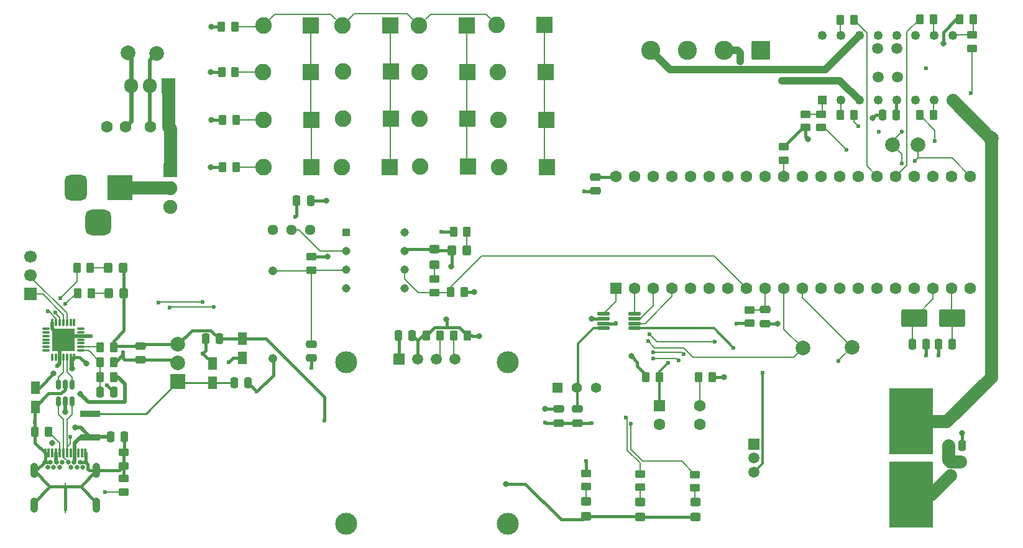
<source format=gbr>
%TF.GenerationSoftware,KiCad,Pcbnew,9.0.4*%
%TF.CreationDate,2026-01-15T21:37:34+03:30*%
%TF.ProjectId,Motor_Health_Monitoring_PCB,4d6f746f-725f-4486-9561-6c74685f4d6f,rev?*%
%TF.SameCoordinates,Original*%
%TF.FileFunction,Copper,L1,Top*%
%TF.FilePolarity,Positive*%
%FSLAX46Y46*%
G04 Gerber Fmt 4.6, Leading zero omitted, Abs format (unit mm)*
G04 Created by KiCad (PCBNEW 9.0.4) date 2026-01-15 21:37:34*
%MOMM*%
%LPD*%
G01*
G04 APERTURE LIST*
G04 Aperture macros list*
%AMRoundRect*
0 Rectangle with rounded corners*
0 $1 Rounding radius*
0 $2 $3 $4 $5 $6 $7 $8 $9 X,Y pos of 4 corners*
0 Add a 4 corners polygon primitive as box body*
4,1,4,$2,$3,$4,$5,$6,$7,$8,$9,$2,$3,0*
0 Add four circle primitives for the rounded corners*
1,1,$1+$1,$2,$3*
1,1,$1+$1,$4,$5*
1,1,$1+$1,$6,$7*
1,1,$1+$1,$8,$9*
0 Add four rect primitives between the rounded corners*
20,1,$1+$1,$2,$3,$4,$5,0*
20,1,$1+$1,$4,$5,$6,$7,0*
20,1,$1+$1,$6,$7,$8,$9,0*
20,1,$1+$1,$8,$9,$2,$3,0*%
G04 Aperture macros list end*
%TA.AperFunction,ComponentPad*%
%ADD10R,2.250000X2.250000*%
%TD*%
%TA.AperFunction,ComponentPad*%
%ADD11C,2.250000*%
%TD*%
%TA.AperFunction,SMDPad,CuDef*%
%ADD12R,1.230000X1.800000*%
%TD*%
%TA.AperFunction,ComponentPad*%
%ADD13C,1.600000*%
%TD*%
%TA.AperFunction,SMDPad,CuDef*%
%ADD14RoundRect,0.250000X-0.262500X-0.450000X0.262500X-0.450000X0.262500X0.450000X-0.262500X0.450000X0*%
%TD*%
%TA.AperFunction,SMDPad,CuDef*%
%ADD15C,2.000000*%
%TD*%
%TA.AperFunction,SMDPad,CuDef*%
%ADD16RoundRect,0.250000X-0.450000X0.262500X-0.450000X-0.262500X0.450000X-0.262500X0.450000X0.262500X0*%
%TD*%
%TA.AperFunction,ComponentPad*%
%ADD17R,1.508000X1.508000*%
%TD*%
%TA.AperFunction,ComponentPad*%
%ADD18C,1.508000*%
%TD*%
%TA.AperFunction,ComponentPad*%
%ADD19C,3.000000*%
%TD*%
%TA.AperFunction,SMDPad,CuDef*%
%ADD20RoundRect,0.250000X-0.250000X-0.475000X0.250000X-0.475000X0.250000X0.475000X-0.250000X0.475000X0*%
%TD*%
%TA.AperFunction,SMDPad,CuDef*%
%ADD21RoundRect,0.250000X0.262500X0.450000X-0.262500X0.450000X-0.262500X-0.450000X0.262500X-0.450000X0*%
%TD*%
%TA.AperFunction,SMDPad,CuDef*%
%ADD22RoundRect,0.250001X-1.499999X-0.949999X1.499999X-0.949999X1.499999X0.949999X-1.499999X0.949999X0*%
%TD*%
%TA.AperFunction,ComponentPad*%
%ADD23R,1.600000X1.600000*%
%TD*%
%TA.AperFunction,SMDPad,CuDef*%
%ADD24RoundRect,0.250000X-0.475000X0.250000X-0.475000X-0.250000X0.475000X-0.250000X0.475000X0.250000X0*%
%TD*%
%TA.AperFunction,ComponentPad*%
%ADD25C,1.208000*%
%TD*%
%TA.AperFunction,SMDPad,CuDef*%
%ADD26RoundRect,0.250000X0.475000X-0.250000X0.475000X0.250000X-0.475000X0.250000X-0.475000X-0.250000X0*%
%TD*%
%TA.AperFunction,ComponentPad*%
%ADD27R,1.905000X2.000000*%
%TD*%
%TA.AperFunction,ComponentPad*%
%ADD28O,1.905000X2.000000*%
%TD*%
%TA.AperFunction,ComponentPad*%
%ADD29R,3.500000X3.500000*%
%TD*%
%TA.AperFunction,ComponentPad*%
%ADD30RoundRect,0.750000X-0.750000X-1.000000X0.750000X-1.000000X0.750000X1.000000X-0.750000X1.000000X0*%
%TD*%
%TA.AperFunction,ComponentPad*%
%ADD31RoundRect,0.875000X-0.875000X-0.875000X0.875000X-0.875000X0.875000X0.875000X-0.875000X0.875000X0*%
%TD*%
%TA.AperFunction,SMDPad,CuDef*%
%ADD32RoundRect,0.250000X0.450000X-0.262500X0.450000X0.262500X-0.450000X0.262500X-0.450000X-0.262500X0*%
%TD*%
%TA.AperFunction,ComponentPad*%
%ADD33R,1.250000X1.250000*%
%TD*%
%TA.AperFunction,ComponentPad*%
%ADD34C,1.250000*%
%TD*%
%TA.AperFunction,ComponentPad*%
%ADD35C,1.440000*%
%TD*%
%TA.AperFunction,SMDPad,CuDef*%
%ADD36RoundRect,0.250000X0.450000X-0.325000X0.450000X0.325000X-0.450000X0.325000X-0.450000X-0.325000X0*%
%TD*%
%TA.AperFunction,SMDPad,CuDef*%
%ADD37R,2.810000X0.910000*%
%TD*%
%TA.AperFunction,ComponentPad*%
%ADD38R,1.700000X1.700000*%
%TD*%
%TA.AperFunction,ComponentPad*%
%ADD39C,1.700000*%
%TD*%
%TA.AperFunction,ComponentPad*%
%ADD40R,2.000000X2.000000*%
%TD*%
%TA.AperFunction,ComponentPad*%
%ADD41C,2.000000*%
%TD*%
%TA.AperFunction,SMDPad,CuDef*%
%ADD42RoundRect,0.065000X0.065000X-0.420000X0.065000X0.420000X-0.065000X0.420000X-0.065000X-0.420000X0*%
%TD*%
%TA.AperFunction,SMDPad,CuDef*%
%ADD43RoundRect,0.065000X0.420000X-0.065000X0.420000X0.065000X-0.420000X0.065000X-0.420000X-0.065000X0*%
%TD*%
%TA.AperFunction,SMDPad,CuDef*%
%ADD44R,3.150000X3.150000*%
%TD*%
%TA.AperFunction,SMDPad,CuDef*%
%ADD45RoundRect,0.250000X0.250000X0.475000X-0.250000X0.475000X-0.250000X-0.475000X0.250000X-0.475000X0*%
%TD*%
%TA.AperFunction,SMDPad,CuDef*%
%ADD46R,0.300000X1.200000*%
%TD*%
%TA.AperFunction,ComponentPad*%
%ADD47C,0.650000*%
%TD*%
%TA.AperFunction,SMDPad,CuDef*%
%ADD48R,0.200000X1.000000*%
%TD*%
%TA.AperFunction,ComponentPad*%
%ADD49O,1.050000X2.100000*%
%TD*%
%TA.AperFunction,SMDPad,CuDef*%
%ADD50RoundRect,0.150000X-0.150000X0.512500X-0.150000X-0.512500X0.150000X-0.512500X0.150000X0.512500X0*%
%TD*%
%TA.AperFunction,SMDPad,CuDef*%
%ADD51RoundRect,0.250000X0.325000X0.450000X-0.325000X0.450000X-0.325000X-0.450000X0.325000X-0.450000X0*%
%TD*%
%TA.AperFunction,ComponentPad*%
%ADD52R,1.140000X1.140000*%
%TD*%
%TA.AperFunction,ComponentPad*%
%ADD53C,1.140000*%
%TD*%
%TA.AperFunction,ComponentPad*%
%ADD54R,1.500000X1.500000*%
%TD*%
%TA.AperFunction,ComponentPad*%
%ADD55C,1.500000*%
%TD*%
%TA.AperFunction,ComponentPad*%
%ADD56C,0.500000*%
%TD*%
%TA.AperFunction,ComponentPad*%
%ADD57R,6.000000X9.000000*%
%TD*%
%TA.AperFunction,ComponentPad*%
%ADD58R,1.400000X1.400000*%
%TD*%
%TA.AperFunction,ComponentPad*%
%ADD59C,1.400000*%
%TD*%
%TA.AperFunction,ComponentPad*%
%ADD60RoundRect,0.250000X1.050000X1.050000X-1.050000X1.050000X-1.050000X-1.050000X1.050000X-1.050000X0*%
%TD*%
%TA.AperFunction,ComponentPad*%
%ADD61C,2.600000*%
%TD*%
%TA.AperFunction,ComponentPad*%
%ADD62RoundRect,0.250000X0.550000X-0.550000X0.550000X0.550000X-0.550000X0.550000X-0.550000X-0.550000X0*%
%TD*%
%TA.AperFunction,SMDPad,CuDef*%
%ADD63RoundRect,0.125000X-0.687500X-0.125000X0.687500X-0.125000X0.687500X0.125000X-0.687500X0.125000X0*%
%TD*%
%TA.AperFunction,ComponentPad*%
%ADD64R,1.900000X1.900000*%
%TD*%
%TA.AperFunction,ComponentPad*%
%ADD65C,1.900000*%
%TD*%
%TA.AperFunction,ViaPad*%
%ADD66C,0.600000*%
%TD*%
%TA.AperFunction,ViaPad*%
%ADD67C,1.500000*%
%TD*%
%TA.AperFunction,ViaPad*%
%ADD68C,1.800000*%
%TD*%
%TA.AperFunction,ViaPad*%
%ADD69C,0.800000*%
%TD*%
%TA.AperFunction,ViaPad*%
%ADD70C,1.000000*%
%TD*%
%TA.AperFunction,Conductor*%
%ADD71C,0.250000*%
%TD*%
%TA.AperFunction,Conductor*%
%ADD72C,0.400000*%
%TD*%
%TA.AperFunction,Conductor*%
%ADD73C,0.500000*%
%TD*%
%TA.AperFunction,Conductor*%
%ADD74C,1.800000*%
%TD*%
%TA.AperFunction,Conductor*%
%ADD75C,0.200000*%
%TD*%
%TA.AperFunction,Conductor*%
%ADD76C,0.600000*%
%TD*%
%TA.AperFunction,Conductor*%
%ADD77C,0.300000*%
%TD*%
%TA.AperFunction,Conductor*%
%ADD78C,1.000000*%
%TD*%
G04 APERTURE END LIST*
D10*
%TO.P,SW3,1,1*%
%TO.N,/8051 Micocontroller/R1*%
X143127500Y-67629000D03*
D11*
%TO.P,SW3,2,2*%
%TO.N,/8051 Micocontroller/C3*%
X136627500Y-67629000D03*
%TD*%
D12*
%TO.P,C3,1*%
%TO.N,/USB_PWR*%
X97713500Y-109960000D03*
%TO.P,C3,2*%
%TO.N,GND*%
X97713500Y-107340000D03*
%TD*%
D13*
%TO.P,C8,1*%
%TO.N,/+12V*%
X91733500Y-75063500D03*
%TO.P,C8,2*%
%TO.N,GND*%
X89233500Y-75063500D03*
%TD*%
D14*
%TO.P,R15,1*%
%TO.N,/8051 Micocontroller/M1_F*%
X183288000Y-73471000D03*
%TO.P,R15,2*%
%TO.N,Net-(U6-P2.1{slash}A9)*%
X185113000Y-73471000D03*
%TD*%
D10*
%TO.P,SW15,1,1*%
%TO.N,/8051 Micocontroller/R4*%
X111071500Y-67629000D03*
D11*
%TO.P,SW15,2,2*%
%TO.N,/8051 Micocontroller/C3*%
X104571500Y-67629000D03*
%TD*%
D15*
%TO.P,TP1,1,1*%
%TO.N,/+5V*%
X86237500Y-65000000D03*
%TD*%
D10*
%TO.P,SW9,1,1*%
%TO.N,/8051 Micocontroller/R3*%
X121866500Y-80583000D03*
D11*
%TO.P,SW9,2,2*%
%TO.N,/8051 Micocontroller/C1*%
X115366500Y-80583000D03*
%TD*%
D14*
%TO.P,R23,1*%
%TO.N,/+5V*%
X99110000Y-80583000D03*
%TO.P,R23,2*%
%TO.N,/8051 Micocontroller/C1*%
X100935000Y-80583000D03*
%TD*%
%TO.P,R29,1*%
%TO.N,/+5V*%
X99110000Y-74106000D03*
%TO.P,R29,2*%
%TO.N,/8051 Micocontroller/C2*%
X100935000Y-74106000D03*
%TD*%
D16*
%TO.P,R12,1*%
%TO.N,/8051 Micocontroller/EN1*%
X180644500Y-73320500D03*
%TO.P,R12,2*%
%TO.N,/8051 Micocontroller/EN1_PWM*%
X180644500Y-75145500D03*
%TD*%
D12*
%TO.P,C6,1*%
%TO.N,+3.3V*%
X101777500Y-103911000D03*
%TO.P,C6,2*%
%TO.N,GND*%
X101777500Y-106531000D03*
%TD*%
D17*
%TO.P,U7,1,GND*%
%TO.N,GND*%
X123113500Y-106675000D03*
D18*
%TO.P,U7,2,VCC_IN*%
%TO.N,/+5V*%
X125653500Y-106675000D03*
%TO.P,U7,3,SCL*%
%TO.N,/8051 Micocontroller/SDA*%
X128193500Y-106675000D03*
%TO.P,U7,4,SDA*%
%TO.N,/8051 Micocontroller/SCL*%
X130733500Y-106675000D03*
D19*
%TO.P,U7,S1*%
%TO.N,N/C*%
X115923500Y-107175000D03*
%TO.P,U7,S2*%
X137923500Y-107175000D03*
%TO.P,U7,S3*%
X137923500Y-129175000D03*
%TO.P,U7,S4*%
X115923500Y-129175000D03*
%TD*%
D20*
%TO.P,C12,1*%
%TO.N,Net-(U6-XTAL2)*%
X193029500Y-104671500D03*
%TO.P,C12,2*%
%TO.N,GND*%
X194929500Y-104671500D03*
%TD*%
D14*
%TO.P,R2,1*%
%TO.N,Net-(U3-VBUS)*%
X82450000Y-107126000D03*
%TO.P,R2,2*%
%TO.N,GND*%
X84275000Y-107126000D03*
%TD*%
D21*
%TO.P,R16,1*%
%TO.N,/8051 Micocontroller/M1_R*%
X195908000Y-73471000D03*
%TO.P,R16,2*%
%TO.N,Net-(U6-P2.2{slash}A10)*%
X194083000Y-73471000D03*
%TD*%
D22*
%TO.P,Y1,1,1*%
%TO.N,Net-(U6-XTAL2)*%
X193284500Y-101115500D03*
%TO.P,Y1,2,2*%
%TO.N,Net-(U6-XTAL1)*%
X198484500Y-101115500D03*
%TD*%
D13*
%TO.P,C10,1*%
%TO.N,/+5V*%
X85851500Y-75063500D03*
%TO.P,C10,2*%
%TO.N,GND*%
X83351500Y-75063500D03*
%TD*%
D23*
%TO.P,U10,1*%
%TO.N,/8051 Micocontroller/IR_OUT*%
X158590500Y-113095000D03*
D13*
%TO.P,U10,2*%
%TO.N,GND*%
X158590500Y-115635000D03*
%TO.P,U10,3*%
X164090500Y-115635000D03*
%TO.P,U10,4*%
%TO.N,Net-(R22-Pad2)*%
X164090500Y-113095000D03*
%TD*%
D15*
%TO.P,TP4,1,1*%
%TO.N,/8051 Micocontroller/EN2_PWM*%
X190367500Y-77480000D03*
%TD*%
D14*
%TO.P,R18,1*%
%TO.N,/8051 Micocontroller/M2_R*%
X183288000Y-60517000D03*
%TO.P,R18,2*%
%TO.N,Net-(U6-P2.5{slash}A13)*%
X185113000Y-60517000D03*
%TD*%
D24*
%TO.P,C25,1*%
%TO.N,/8051 Micocontroller/LM35_OUT*%
X147397500Y-113510000D03*
%TO.P,C25,2*%
%TO.N,GND*%
X147397500Y-115410000D03*
%TD*%
D25*
%TO.P,X1,P$1*%
%TO.N,Net-(U13-+)*%
X105956500Y-94655000D03*
%TO.P,X1,P$2*%
%TO.N,GND*%
X105956500Y-106655000D03*
%TD*%
D26*
%TO.P,C13,1*%
%TO.N,/+5V*%
X173024500Y-101853000D03*
%TO.P,C13,2*%
%TO.N,Net-(U6-RST)*%
X173024500Y-99953000D03*
%TD*%
D27*
%TO.P,U4,1,VI*%
%TO.N,/+12V*%
X91693500Y-69475500D03*
D28*
%TO.P,U4,2,GND*%
%TO.N,GND*%
X89153500Y-69475500D03*
%TO.P,U4,3,VO*%
%TO.N,/+5V*%
X86613500Y-69475500D03*
%TD*%
D14*
%TO.P,R31,1*%
%TO.N,/+5V*%
X98931000Y-61406000D03*
%TO.P,R31,2*%
%TO.N,/8051 Micocontroller/C4*%
X100756000Y-61406000D03*
%TD*%
D10*
%TO.P,SW12,1,1*%
%TO.N,/8051 Micocontroller/R3*%
X121941500Y-61279000D03*
D11*
%TO.P,SW12,2,2*%
%TO.N,/8051 Micocontroller/C4*%
X115441500Y-61279000D03*
%TD*%
D21*
%TO.P,R25,1*%
%TO.N,/8051 Micocontroller/IR_OUT*%
X158570000Y-109158000D03*
%TO.P,R25,2*%
%TO.N,/+5V*%
X156745000Y-109158000D03*
%TD*%
D12*
%TO.P,C4,1*%
%TO.N,+3.3V*%
X73580500Y-110598000D03*
%TO.P,C4,2*%
%TO.N,GND*%
X73580500Y-113218000D03*
%TD*%
D16*
%TO.P,R27,1*%
%TO.N,Net-(D1-K)*%
X127927500Y-95805500D03*
%TO.P,R27,2*%
%TO.N,/8051 Micocontroller/D0*%
X127927500Y-97630500D03*
%TD*%
D29*
%TO.P,J1,1*%
%TO.N,/POWER_IN*%
X85140500Y-83377000D03*
D30*
%TO.P,J1,2*%
%TO.N,GND*%
X79140500Y-83377000D03*
D31*
%TO.P,J1,3*%
X82140500Y-88077000D03*
%TD*%
D20*
%TO.P,C2,1*%
%TO.N,Net-(U3-VBUS)*%
X82412500Y-111190000D03*
%TO.P,C2,2*%
%TO.N,GND*%
X84312500Y-111190000D03*
%TD*%
D10*
%TO.P,SW6,1,1*%
%TO.N,/8051 Micocontroller/R2*%
X132459500Y-73979000D03*
D11*
%TO.P,SW6,2,2*%
%TO.N,/8051 Micocontroller/C2*%
X125959500Y-73979000D03*
%TD*%
D15*
%TO.P,TP5,1,1*%
%TO.N,/8051 Micocontroller/IP-*%
X203807500Y-76691500D03*
%TD*%
D21*
%TO.P,R20,1*%
%TO.N,/+5V*%
X132408000Y-103484500D03*
%TO.P,R20,2*%
%TO.N,/8051 Micocontroller/SCL*%
X130583000Y-103484500D03*
%TD*%
D32*
%TO.P,R32,1*%
%TO.N,Net-(LED4-Pad2)*%
X155947500Y-124195500D03*
%TO.P,R32,2*%
%TO.N,/Fault_LED*%
X155947500Y-122370500D03*
%TD*%
D21*
%TO.P,R26,1*%
%TO.N,/+5V*%
X132015000Y-97607000D03*
%TO.P,R26,2*%
%TO.N,/8051 Micocontroller/D0*%
X130190000Y-97607000D03*
%TD*%
D32*
%TO.P,R4,1*%
%TO.N,/PWD_LED*%
X148647500Y-124095500D03*
%TO.P,R4,2*%
%TO.N,GND*%
X148647500Y-122270500D03*
%TD*%
D33*
%TO.P,U5,1,ENABLE1*%
%TO.N,/8051 Micocontroller/EN1*%
X180771500Y-71435500D03*
D34*
%TO.P,U5,2,INPUT1*%
%TO.N,/8051 Micocontroller/M1_F*%
X183311500Y-71435500D03*
%TO.P,U5,3,OUTPUT1*%
%TO.N,Net-(J3-Pin_1)*%
X185851500Y-71435500D03*
%TO.P,U5,4,GND*%
%TO.N,GND*%
X188391500Y-71435500D03*
%TO.P,U5,5,GND*%
X190931500Y-71435500D03*
%TO.P,U5,6,OUTPUT2*%
%TO.N,Net-(J3-Pin_2)*%
X193471500Y-71435500D03*
%TO.P,U5,7,INPUT2*%
%TO.N,/8051 Micocontroller/M1_R*%
X196011500Y-71435500D03*
%TO.P,U5,8,VS*%
%TO.N,/8051 Micocontroller/IP-*%
X198551500Y-71435500D03*
%TO.P,U5,9,ENABLE2*%
%TO.N,/8051 Micocontroller/EN2*%
X198551500Y-62635500D03*
%TO.P,U5,10,INPUT3*%
%TO.N,/8051 Micocontroller/M2_F*%
X196011500Y-62635500D03*
%TO.P,U5,11,OUTPUT3*%
%TO.N,Net-(J3-Pin_3)*%
X193471500Y-62635500D03*
%TO.P,U5,12,GND*%
%TO.N,GND*%
X190931500Y-62635500D03*
%TO.P,U5,13,GND*%
X188391500Y-62635500D03*
%TO.P,U5,14,OUTPUT4*%
%TO.N,Net-(J3-Pin_4)*%
X185851500Y-62635500D03*
%TO.P,U5,15,INPUT4*%
%TO.N,/8051 Micocontroller/M2_R*%
X183311500Y-62635500D03*
%TO.P,U5,16,VSS*%
%TO.N,/+5V*%
X180771500Y-62635500D03*
%TD*%
D35*
%TO.P,RV1,1,1*%
%TO.N,/+5V*%
X111036500Y-89135000D03*
%TO.P,RV1,2,2*%
%TO.N,Net-(U13--)*%
X108496500Y-89135000D03*
%TO.P,RV1,3,3*%
%TO.N,GND*%
X105956500Y-89135000D03*
%TD*%
D14*
%TO.P,R6,1*%
%TO.N,Net-(U3-~{RXT}{slash}GPIO.3)*%
X79399000Y-97728000D03*
%TO.P,R6,2*%
%TO.N,Net-(LED3-Pad2)*%
X81224000Y-97728000D03*
%TD*%
D21*
%TO.P,R7,1*%
%TO.N,Net-(J2-CC1)*%
X75385000Y-116651000D03*
%TO.P,R7,2*%
%TO.N,GND*%
X73560000Y-116651000D03*
%TD*%
D20*
%TO.P,C16,1*%
%TO.N,/+5V*%
X188965500Y-73471000D03*
%TO.P,C16,2*%
%TO.N,GND*%
X190865500Y-73471000D03*
%TD*%
D36*
%TO.P,LED5,1*%
%TO.N,+3.3V*%
X163547500Y-128245000D03*
%TO.P,LED5,2*%
%TO.N,Net-(LED5-Pad2)*%
X163547500Y-126195000D03*
%TD*%
%TO.P,D1,1,K*%
%TO.N,Net-(D1-K)*%
X127927500Y-93806000D03*
%TO.P,D1,2,A*%
%TO.N,/+5V*%
X127927500Y-91756000D03*
%TD*%
D37*
%TO.P,F1,1,1*%
%TO.N,/VBUS*%
X81076500Y-117382000D03*
%TO.P,F1,2,2*%
%TO.N,/USB_PWR*%
X81076500Y-114142000D03*
%TD*%
D10*
%TO.P,SW7,1,1*%
%TO.N,/8051 Micocontroller/R2*%
X132407500Y-67629000D03*
D11*
%TO.P,SW7,2,2*%
%TO.N,/8051 Micocontroller/C3*%
X125907500Y-67629000D03*
%TD*%
D36*
%TO.P,LED4,1*%
%TO.N,+3.3V*%
X155947500Y-128245000D03*
%TO.P,LED4,2*%
%TO.N,Net-(LED4-Pad2)*%
X155947500Y-126195000D03*
%TD*%
D16*
%TO.P,R24,1*%
%TO.N,/+5V*%
X111163500Y-92757500D03*
%TO.P,R24,2*%
%TO.N,Net-(U13-+)*%
X111163500Y-94582500D03*
%TD*%
D10*
%TO.P,SW10,1,1*%
%TO.N,/8051 Micocontroller/R3*%
X121993500Y-73979000D03*
D11*
%TO.P,SW10,2,2*%
%TO.N,/8051 Micocontroller/C2*%
X115493500Y-73979000D03*
%TD*%
D10*
%TO.P,SW8,1,1*%
%TO.N,/8051 Micocontroller/R2*%
X132355500Y-61279000D03*
D11*
%TO.P,SW8,2,2*%
%TO.N,/8051 Micocontroller/C4*%
X125855500Y-61279000D03*
%TD*%
D38*
%TO.P,J4,1,Pin_1*%
%TO.N,/TX_RX*%
X72948500Y-97855000D03*
D39*
%TO.P,J4,2,Pin_2*%
%TO.N,/RX_TX*%
X72948500Y-95315000D03*
%TO.P,J4,3,Pin_3*%
%TO.N,GND*%
X72948500Y-92775000D03*
%TD*%
D20*
%TO.P,C1,1*%
%TO.N,/USB_PWR*%
X100700500Y-109920000D03*
%TO.P,C1,2*%
%TO.N,GND*%
X102600500Y-109920000D03*
%TD*%
D15*
%TO.P,TP2,1,1*%
%TO.N,GND*%
X90127500Y-65030000D03*
%TD*%
D40*
%TO.P,U2,1,IN*%
%TO.N,/USB_PWR*%
X93014500Y-109793000D03*
D41*
%TO.P,U2,2,GND*%
%TO.N,GND*%
X93014500Y-107253000D03*
%TO.P,U2,3,OUT*%
%TO.N,+3.3V*%
X93014500Y-104713000D03*
%TD*%
D42*
%TO.P,U3,1,RS485/GPIO.1*%
%TO.N,unconnected-(U3-RS485{slash}GPIO.1-Pad1)*%
X75897500Y-106420000D03*
%TO.P,U3,2,CLK/GPIO.0*%
%TO.N,unconnected-(U3-CLK{slash}GPIO.0-Pad2)*%
X76397500Y-106420000D03*
%TO.P,U3,3,GND*%
%TO.N,GND*%
X76897500Y-106420000D03*
%TO.P,U3,4,D+*%
%TO.N,/USB_D+*%
X77397500Y-106420000D03*
%TO.P,U3,5,D-*%
%TO.N,/USB_D-*%
X77897500Y-106420000D03*
%TO.P,U3,6,VDD*%
%TO.N,+3.3V*%
X78397500Y-106420000D03*
%TO.P,U3,7,VREGIN*%
X78897500Y-106420000D03*
D43*
%TO.P,U3,8,VBUS*%
%TO.N,Net-(U3-VBUS)*%
X79767500Y-105550000D03*
%TO.P,U3,9,~{RST}*%
%TO.N,Net-(U3-~{RST})*%
X79767500Y-105050000D03*
%TO.P,U3,10,NC*%
%TO.N,unconnected-(U3-NC-Pad10)*%
X79767500Y-104550000D03*
%TO.P,U3,11,~{SUSPEND}*%
%TO.N,unconnected-(U3-~{SUSPEND}-Pad11)*%
X79767500Y-104050000D03*
%TO.P,U3,12,GND*%
%TO.N,GND*%
X79767500Y-103550000D03*
%TO.P,U3,13,~{WAKEUP}*%
%TO.N,unconnected-(U3-~{WAKEUP}-Pad13)*%
X79767500Y-103050000D03*
%TO.P,U3,14,SUSPEND*%
%TO.N,unconnected-(U3-SUSPEND-Pad14)*%
X79767500Y-102550000D03*
D42*
%TO.P,U3,15,~{CTS}*%
%TO.N,unconnected-(U3-~{CTS}-Pad15)*%
X78897500Y-101680000D03*
%TO.P,U3,16,~{RTS}*%
%TO.N,unconnected-(U3-~{RTS}-Pad16)*%
X78397500Y-101680000D03*
%TO.P,U3,17,RXD*%
%TO.N,/RX_TX*%
X77897500Y-101680000D03*
%TO.P,U3,18,TXD*%
%TO.N,/TX_RX*%
X77397500Y-101680000D03*
%TO.P,U3,19,~{RXT}/GPIO.3*%
%TO.N,Net-(U3-~{RXT}{slash}GPIO.3)*%
X76897500Y-101680000D03*
%TO.P,U3,20,~{TXT}/GPIO.2*%
%TO.N,Net-(U3-~{TXT}{slash}GPIO.2)*%
X76397500Y-101680000D03*
%TO.P,U3,21,GND*%
%TO.N,GND*%
X75897500Y-101680000D03*
D43*
%TO.P,U3,22*%
%TO.N,N/C*%
X75027500Y-102550000D03*
%TO.P,U3,23*%
X75027500Y-103050000D03*
%TO.P,U3,24*%
X75027500Y-103550000D03*
%TO.P,U3,25*%
X75027500Y-104050000D03*
%TO.P,U3,26*%
X75027500Y-104550000D03*
%TO.P,U3,27*%
X75027500Y-105050000D03*
%TO.P,U3,28*%
X75027500Y-105550000D03*
D44*
%TO.P,U3,29,GND*%
%TO.N,GND*%
X77397500Y-104050000D03*
%TD*%
D32*
%TO.P,R14,1*%
%TO.N,/8051 Micocontroller/EN2_PWM*%
X201218500Y-64350500D03*
%TO.P,R14,2*%
%TO.N,/8051 Micocontroller/EN2*%
X201218500Y-62525500D03*
%TD*%
D10*
%TO.P,SW16,1,1*%
%TO.N,/8051 Micocontroller/R4*%
X111146500Y-61279000D03*
D11*
%TO.P,SW16,2,2*%
%TO.N,/8051 Micocontroller/C4*%
X104646500Y-61279000D03*
%TD*%
D45*
%TO.P,C7,1*%
%TO.N,+3.3V*%
X98663500Y-103951000D03*
%TO.P,C7,2*%
%TO.N,GND*%
X96763500Y-103951000D03*
%TD*%
D21*
%TO.P,R17,1*%
%TO.N,/8051 Micocontroller/M2_F*%
X195908000Y-60390000D03*
%TO.P,R17,2*%
%TO.N,Net-(U6-P2.4{slash}A12)*%
X194083000Y-60390000D03*
%TD*%
D46*
%TO.P,J2,A1,GNDA1*%
%TO.N,GND*%
X74920750Y-119484500D03*
%TO.P,J2,A2,SSTXP1*%
%TO.N,unconnected-(J2-SSTXP1-PadA2)*%
X75420750Y-119484500D03*
%TO.P,J2,A3,SSTXN1*%
%TO.N,unconnected-(J2-SSTXN1-PadA3)*%
X75920750Y-119484500D03*
%TO.P,J2,A4,VBUSA1*%
%TO.N,/VBUS*%
X76420750Y-119484500D03*
%TO.P,J2,A5,CC1*%
%TO.N,Net-(J2-CC1)*%
X76920750Y-119484500D03*
%TO.P,J2,A6,DP1*%
%TO.N,/USB_DP*%
X77420750Y-119484500D03*
%TO.P,J2,A7,DN1*%
%TO.N,/USB_DN*%
X77920750Y-119484500D03*
%TO.P,J2,A8,SBU1*%
%TO.N,unconnected-(J2-SBU1-PadA8)*%
X78420750Y-119484500D03*
%TO.P,J2,A9,VBUSA2*%
%TO.N,/VBUS*%
X78920750Y-119484500D03*
%TO.P,J2,A10,SSRXN2*%
%TO.N,unconnected-(J2-SSRXN2-PadA10)*%
X79420750Y-119484500D03*
%TO.P,J2,A11,SSRXP2*%
%TO.N,unconnected-(J2-SSRXP2-PadA11)*%
X79920750Y-119484500D03*
%TO.P,J2,A12,GNDA2*%
%TO.N,GND*%
X80420750Y-119484500D03*
D47*
%TO.P,J2,B1,GNDB1*%
X80470750Y-120734500D03*
%TO.P,J2,B2,SSTXP2*%
%TO.N,unconnected-(J2-SSTXP2-PadB2)*%
X80070750Y-121444500D03*
%TO.P,J2,B3,SSTXN2*%
%TO.N,unconnected-(J2-SSTXN2-PadB3)*%
X79270750Y-121444500D03*
%TO.P,J2,B4,VBUSB1*%
%TO.N,/VBUS*%
X78870750Y-120734500D03*
%TO.P,J2,B5,CC2*%
%TO.N,Net-(J2-CC2)*%
X78470750Y-121444500D03*
%TO.P,J2,B6,DP2*%
%TO.N,/USB_DP*%
X78070750Y-120734500D03*
%TO.P,J2,B7,DN2*%
%TO.N,/USB_DN*%
X77270750Y-120734500D03*
%TO.P,J2,B8,SBU2*%
%TO.N,unconnected-(J2-SBU2-PadB8)*%
X76870750Y-121444500D03*
%TO.P,J2,B9,VBUSB2*%
%TO.N,/VBUS*%
X76470750Y-120734500D03*
%TO.P,J2,B10,SSRXN1*%
%TO.N,unconnected-(J2-SSRXN1-PadB10)*%
X76070750Y-121444500D03*
%TO.P,J2,B11,SSRXP1*%
%TO.N,unconnected-(J2-SSRXP1-PadB11)*%
X75270750Y-121444500D03*
%TO.P,J2,B12,GNDB2*%
%TO.N,GND*%
X74870750Y-120734500D03*
%TO.P,J2,G1,GND/SHIELD*%
X79670750Y-120734500D03*
%TO.P,J2,G2,GND/SHIELD*%
X75670750Y-120734500D03*
D48*
%TO.P,J2,G3,GND/SHIELD*%
X77670750Y-124064500D03*
%TO.P,J2,G4,GND/SHIELD*%
X77670750Y-127164500D03*
D49*
%TO.P,J2,S1,GND/SHIELD*%
X73400750Y-121884500D03*
%TO.P,J2,S2,GND/SHIELD*%
X81940750Y-121884500D03*
%TO.P,J2,S3,GND/SHIELD*%
X73400750Y-126614500D03*
%TO.P,J2,S4,GND/SHIELD*%
X81940750Y-126614500D03*
%TD*%
D45*
%TO.P,C11,1*%
%TO.N,Net-(U6-XTAL1)*%
X198485500Y-104671500D03*
%TO.P,C11,2*%
%TO.N,GND*%
X196585500Y-104671500D03*
%TD*%
D50*
%TO.P,U1,1,I/O1*%
%TO.N,/USB_D-*%
X78597500Y-110179500D03*
%TO.P,U1,2,GND*%
%TO.N,GND*%
X77647500Y-110179500D03*
%TO.P,U1,3,I/O2*%
%TO.N,/USB_D+*%
X76697500Y-110179500D03*
%TO.P,U1,4,I/O2*%
%TO.N,/USB_DP*%
X76697500Y-112454500D03*
%TO.P,U1,5,VBUS*%
%TO.N,/VBUS*%
X77647500Y-112454500D03*
%TO.P,U1,6,I/O1*%
%TO.N,/USB_DN*%
X78597500Y-112454500D03*
%TD*%
D24*
%TO.P,C19,1*%
%TO.N,Net-(U13-+)*%
X111163500Y-104658000D03*
%TO.P,C19,2*%
%TO.N,GND*%
X111163500Y-106558000D03*
%TD*%
D21*
%TO.P,R28,1*%
%TO.N,Net-(D2-K)*%
X132396000Y-89352000D03*
%TO.P,R28,2*%
%TO.N,GND*%
X130571000Y-89352000D03*
%TD*%
D10*
%TO.P,SW13,1,1*%
%TO.N,/8051 Micocontroller/R4*%
X111198500Y-80521000D03*
D11*
%TO.P,SW13,2,2*%
%TO.N,/8051 Micocontroller/C1*%
X104698500Y-80521000D03*
%TD*%
D24*
%TO.P,C24,1*%
%TO.N,/+5V*%
X144857500Y-113510000D03*
%TO.P,C24,2*%
%TO.N,GND*%
X144857500Y-115410000D03*
%TD*%
D10*
%TO.P,SW2,1,1*%
%TO.N,/8051 Micocontroller/R1*%
X143202500Y-74106000D03*
D11*
%TO.P,SW2,2,2*%
%TO.N,/8051 Micocontroller/C2*%
X136702500Y-74106000D03*
%TD*%
D10*
%TO.P,SW5,1,1*%
%TO.N,/8051 Micocontroller/R2*%
X132534500Y-80456000D03*
D11*
%TO.P,SW5,2,2*%
%TO.N,/8051 Micocontroller/C1*%
X126034500Y-80456000D03*
%TD*%
D15*
%TO.P,TP6,1,1*%
%TO.N,/RX_TX*%
X178127500Y-105180000D03*
%TD*%
D16*
%TO.P,R21,1*%
%TO.N,/+5V*%
X175564500Y-77765500D03*
%TO.P,R21,2*%
%TO.N,Net-(U6-~{EA})*%
X175564500Y-79590500D03*
%TD*%
D15*
%TO.P,TP3,1,1*%
%TO.N,/8051 Micocontroller/EN1_PWM*%
X193797500Y-77480000D03*
%TD*%
D32*
%TO.P,R11,1*%
%TO.N,/+5V*%
X178485500Y-75145500D03*
%TO.P,R11,2*%
%TO.N,/8051 Micocontroller/EN1*%
X178485500Y-73320500D03*
%TD*%
D26*
%TO.P,C5,1*%
%TO.N,GND*%
X87934500Y-106806000D03*
%TO.P,C5,2*%
%TO.N,+3.3V*%
X87934500Y-104906000D03*
%TD*%
D21*
%TO.P,R22,1*%
%TO.N,/+5V*%
X165809000Y-109158000D03*
%TO.P,R22,2*%
%TO.N,Net-(R22-Pad2)*%
X163984000Y-109158000D03*
%TD*%
D51*
%TO.P,LED2,1*%
%TO.N,+3.3V*%
X85530500Y-94299000D03*
%TO.P,LED2,2*%
%TO.N,Net-(LED2-Pad2)*%
X83480500Y-94299000D03*
%TD*%
D52*
%TO.P,U13,1,NULL*%
%TO.N,unconnected-(U13-NULL-Pad1)*%
X115968500Y-89473000D03*
D53*
%TO.P,U13,2,-*%
%TO.N,Net-(U13--)*%
X115968500Y-92013000D03*
%TO.P,U13,3,+*%
%TO.N,Net-(U13-+)*%
X115968500Y-94553000D03*
%TO.P,U13,4,V-*%
%TO.N,GND*%
X115968500Y-97093000D03*
%TO.P,U13,5,NULL*%
%TO.N,unconnected-(U13-NULL-Pad5)*%
X123908500Y-97093000D03*
%TO.P,U13,6*%
%TO.N,/8051 Micocontroller/D0*%
X123908500Y-94553000D03*
%TO.P,U13,7,V+*%
%TO.N,/+5V*%
X123908500Y-92013000D03*
%TO.P,U13,8,NC*%
%TO.N,unconnected-(U13-NC-Pad8)*%
X123908500Y-89473000D03*
%TD*%
D32*
%TO.P,R33,1*%
%TO.N,Net-(LED5-Pad2)*%
X163447500Y-124268500D03*
%TO.P,R33,2*%
%TO.N,/MOTOR_LED*%
X163447500Y-122443500D03*
%TD*%
D54*
%TO.P,U8,1,VCC*%
%TO.N,/+5V*%
X171486500Y-118297000D03*
D55*
%TO.P,U8,2,GND*%
%TO.N,GND*%
X171486500Y-120207000D03*
%TO.P,U8,3,VIOUT*%
%TO.N,/8051 Micocontroller/ACS712_OUT*%
X171486500Y-122117000D03*
D56*
%TO.P,U8,4,IP+*%
%TO.N,/+12V*%
X192886500Y-121457000D03*
X194886500Y-122607000D03*
X190886500Y-122607000D03*
X194886500Y-123907000D03*
X190886500Y-123907000D03*
X194886500Y-125207000D03*
D57*
X192886500Y-125207000D03*
D56*
X190886500Y-125207000D03*
X194886500Y-126507000D03*
X190886500Y-126507000D03*
X194886500Y-127807000D03*
X190886500Y-127807000D03*
X192886500Y-128957000D03*
%TO.P,U8,5,IP-*%
%TO.N,/8051 Micocontroller/IP-*%
X192886500Y-111457000D03*
X194886500Y-112607000D03*
X190886500Y-112607000D03*
X194886500Y-113907000D03*
X190886500Y-113907000D03*
X194886500Y-115207000D03*
D57*
X192886500Y-115207000D03*
D56*
X190886500Y-115207000D03*
X194886500Y-116507000D03*
X190886500Y-116507000D03*
X194886500Y-117807000D03*
X190886500Y-117807000D03*
X192886500Y-118957000D03*
%TD*%
D20*
%TO.P,C17,1*%
%TO.N,GND*%
X123052500Y-103484500D03*
%TO.P,C17,2*%
%TO.N,/+5V*%
X124952500Y-103484500D03*
%TD*%
D14*
%TO.P,R30,1*%
%TO.N,/+5V*%
X98983000Y-67629000D03*
%TO.P,R30,2*%
%TO.N,/8051 Micocontroller/C3*%
X100808000Y-67629000D03*
%TD*%
D58*
%TO.P,U9,1,+VS*%
%TO.N,/+5V*%
X144760000Y-110650000D03*
D59*
%TO.P,U9,2,VOUT*%
%TO.N,/8051 Micocontroller/LM35_OUT*%
X147360000Y-110650000D03*
%TO.P,U9,3,GND*%
%TO.N,GND*%
X149960000Y-110650000D03*
%TD*%
D21*
%TO.P,R19,1*%
%TO.N,/8051 Micocontroller/SDA*%
X128725000Y-103484500D03*
%TO.P,R19,2*%
%TO.N,/+5V*%
X126900000Y-103484500D03*
%TD*%
D20*
%TO.P,C9,1*%
%TO.N,/VBUS*%
X83809500Y-117286000D03*
%TO.P,C9,2*%
%TO.N,GND*%
X85709500Y-117286000D03*
%TD*%
D10*
%TO.P,SW4,1,1*%
%TO.N,/8051 Micocontroller/R1*%
X142948500Y-61152000D03*
D11*
%TO.P,SW4,2,2*%
%TO.N,/8051 Micocontroller/C4*%
X136448500Y-61152000D03*
%TD*%
D10*
%TO.P,SW14,1,1*%
%TO.N,/8051 Micocontroller/R4*%
X111198500Y-74106000D03*
D11*
%TO.P,SW14,2,2*%
%TO.N,/8051 Micocontroller/C2*%
X104698500Y-74106000D03*
%TD*%
D45*
%TO.P,C18,1*%
%TO.N,/+5V*%
X199877500Y-118460000D03*
%TO.P,C18,2*%
%TO.N,GND*%
X197977500Y-118460000D03*
%TD*%
D51*
%TO.P,LED3,1*%
%TO.N,+3.3V*%
X85657500Y-97728000D03*
%TO.P,LED3,2*%
%TO.N,Net-(LED3-Pad2)*%
X83607500Y-97728000D03*
%TD*%
D60*
%TO.P,J3,1,Pin_1*%
%TO.N,Net-(J3-Pin_1)*%
X172407500Y-64662500D03*
D61*
%TO.P,J3,2,Pin_2*%
%TO.N,Net-(J3-Pin_2)*%
X167407500Y-64662500D03*
%TO.P,J3,3,Pin_3*%
%TO.N,Net-(J3-Pin_3)*%
X162407500Y-64662500D03*
%TO.P,J3,4,Pin_4*%
%TO.N,Net-(J3-Pin_4)*%
X157407500Y-64662500D03*
%TD*%
D15*
%TO.P,TP7,1,1*%
%TO.N,/TX_RX*%
X184827500Y-105090000D03*
%TD*%
D24*
%TO.P,C14,1*%
%TO.N,/+5V*%
X149910500Y-81877500D03*
%TO.P,C14,2*%
%TO.N,GND*%
X149910500Y-83777500D03*
%TD*%
D36*
%TO.P,LED1,1*%
%TO.N,+3.3V*%
X148647500Y-128145000D03*
%TO.P,LED1,2*%
%TO.N,/PWD_LED*%
X148647500Y-126095000D03*
%TD*%
D51*
%TO.P,D2,1,K*%
%TO.N,Net-(D2-K)*%
X132381500Y-91892000D03*
%TO.P,D2,2,A*%
%TO.N,/+5V*%
X130331500Y-91892000D03*
%TD*%
D32*
%TO.P,R9,1*%
%TO.N,Net-(J2-CC2)*%
X85648500Y-124802500D03*
%TO.P,R9,2*%
%TO.N,GND*%
X85648500Y-122977500D03*
%TD*%
D45*
%TO.P,C26,1*%
%TO.N,/+5V*%
X111097500Y-85161000D03*
%TO.P,C26,2*%
%TO.N,GND*%
X109197500Y-85161000D03*
%TD*%
D21*
%TO.P,R1,1*%
%TO.N,/VBUS*%
X84275000Y-109158000D03*
%TO.P,R1,2*%
%TO.N,Net-(U3-VBUS)*%
X82450000Y-109158000D03*
%TD*%
D10*
%TO.P,SW1,1,1*%
%TO.N,/8051 Micocontroller/R1*%
X143254500Y-80583000D03*
D11*
%TO.P,SW1,2,2*%
%TO.N,/8051 Micocontroller/C1*%
X136754500Y-80583000D03*
%TD*%
D10*
%TO.P,SW11,1,1*%
%TO.N,/8051 Micocontroller/R3*%
X121993500Y-67502000D03*
D11*
%TO.P,SW11,2,2*%
%TO.N,/8051 Micocontroller/C3*%
X115493500Y-67502000D03*
%TD*%
D16*
%TO.P,R10,1*%
%TO.N,Net-(U6-RST)*%
X170865500Y-99990500D03*
%TO.P,R10,2*%
%TO.N,GND*%
X170865500Y-101815500D03*
%TD*%
D62*
%TO.P,U6,1,P1.0*%
%TO.N,Net-(U11-~{CS})*%
X152697500Y-97040000D03*
D13*
%TO.P,U6,2,P1.1*%
%TO.N,Net-(U11-SCLK)*%
X155237500Y-97040000D03*
%TO.P,U6,3,P1.2*%
%TO.N,Net-(U11-DOUT)*%
X157777500Y-97040000D03*
%TO.P,U6,4,P1.3*%
%TO.N,Net-(U11-DIN)*%
X160317500Y-97040000D03*
%TO.P,U6,5,P1.4*%
%TO.N,/Fault_LED*%
X162857500Y-97040000D03*
%TO.P,U6,6,P1.5*%
%TO.N,/MOTOR_LED*%
X165397500Y-97040000D03*
%TO.P,U6,7,P1.6*%
%TO.N,unconnected-(U6-P1.6-Pad7)*%
X167937500Y-97040000D03*
%TO.P,U6,8,P1.7*%
%TO.N,/8051 Micocontroller/D0*%
X170477500Y-97040000D03*
%TO.P,U6,9,RST*%
%TO.N,Net-(U6-RST)*%
X173017500Y-97040000D03*
%TO.P,U6,10,P3.0/RXD*%
%TO.N,/RX_TX*%
X175557500Y-97040000D03*
%TO.P,U6,11,P3.1/TXD*%
%TO.N,/TX_RX*%
X178097500Y-97040000D03*
%TO.P,U6,12,P3.2/~{INT0}*%
%TO.N,unconnected-(U6-P3.2{slash}~{INT0}-Pad12)*%
X180637500Y-97040000D03*
%TO.P,U6,13,P3.3/~{INT1}*%
%TO.N,unconnected-(U6-P3.3{slash}~{INT1}-Pad13)*%
X183177500Y-97040000D03*
%TO.P,U6,14,P3.4/T0*%
%TO.N,/8051 Micocontroller/SDA*%
X185717500Y-97040000D03*
%TO.P,U6,15,P3.5/T1*%
%TO.N,/8051 Micocontroller/SCL*%
X188257500Y-97040000D03*
%TO.P,U6,16,P3.6/~{WR}*%
%TO.N,unconnected-(U6-P3.6{slash}~{WR}-Pad16)*%
X190797500Y-97040000D03*
%TO.P,U6,17,P3.7/~{RD}*%
%TO.N,unconnected-(U6-P3.7{slash}~{RD}-Pad17)*%
X193337500Y-97040000D03*
%TO.P,U6,18,XTAL2*%
%TO.N,Net-(U6-XTAL2)*%
X195877500Y-97040000D03*
%TO.P,U6,19,XTAL1*%
%TO.N,Net-(U6-XTAL1)*%
X198417500Y-97040000D03*
%TO.P,U6,20,VSS*%
%TO.N,GND*%
X200957500Y-97040000D03*
%TO.P,U6,21,P2.0/A8*%
%TO.N,/8051 Micocontroller/EN1_PWM*%
X200957500Y-81800000D03*
%TO.P,U6,22,P2.1/A9*%
%TO.N,Net-(U6-P2.1{slash}A9)*%
X198417500Y-81800000D03*
%TO.P,U6,23,P2.2/A10*%
%TO.N,Net-(U6-P2.2{slash}A10)*%
X195877500Y-81800000D03*
%TO.P,U6,24,P2.3/A11*%
%TO.N,/8051 Micocontroller/EN2_PWM*%
X193337500Y-81800000D03*
%TO.P,U6,25,P2.4/A12*%
%TO.N,Net-(U6-P2.4{slash}A12)*%
X190797500Y-81800000D03*
%TO.P,U6,26,P2.5/A13*%
%TO.N,Net-(U6-P2.5{slash}A13)*%
X188257500Y-81800000D03*
%TO.P,U6,27,P2.6/A14*%
%TO.N,unconnected-(U6-P2.6{slash}A14-Pad27)*%
X185717500Y-81800000D03*
%TO.P,U6,28,P2.7/A15*%
%TO.N,/8051 Micocontroller/IR_OUT*%
X183177500Y-81800000D03*
%TO.P,U6,29,~{PSEN}*%
%TO.N,unconnected-(U6-~{PSEN}-Pad29)*%
X180637500Y-81800000D03*
%TO.P,U6,30,ALE*%
%TO.N,unconnected-(U6-ALE-Pad30)*%
X178097500Y-81800000D03*
%TO.P,U6,31,~{EA}*%
%TO.N,Net-(U6-~{EA})*%
X175557500Y-81800000D03*
%TO.P,U6,32,P0.7/AD7*%
%TO.N,/8051 Micocontroller/C4*%
X173017500Y-81800000D03*
%TO.P,U6,33,P0.6/AD6*%
%TO.N,/8051 Micocontroller/C3*%
X170477500Y-81800000D03*
%TO.P,U6,34,P0.5/AD5*%
%TO.N,/8051 Micocontroller/C2*%
X167937500Y-81800000D03*
%TO.P,U6,35,P0.4/AD4*%
%TO.N,/8051 Micocontroller/C1*%
X165397500Y-81800000D03*
%TO.P,U6,36,P0.3/AD3*%
%TO.N,/8051 Micocontroller/R4*%
X162857500Y-81800000D03*
%TO.P,U6,37,P0.2/AD2*%
%TO.N,/8051 Micocontroller/R3*%
X160317500Y-81800000D03*
%TO.P,U6,38,P0.1/AD1*%
%TO.N,/8051 Micocontroller/R2*%
X157777500Y-81800000D03*
%TO.P,U6,39,P0.0/AD0*%
%TO.N,/8051 Micocontroller/R1*%
X155237500Y-81800000D03*
%TO.P,U6,40,VCC*%
%TO.N,/+5V*%
X152697500Y-81800000D03*
%TD*%
D14*
%TO.P,R13,1*%
%TO.N,/+5V*%
X199544000Y-60390000D03*
%TO.P,R13,2*%
%TO.N,/8051 Micocontroller/EN2*%
X201369000Y-60390000D03*
%TD*%
D63*
%TO.P,U11,1,~{CS}*%
%TO.N,Net-(U11-~{CS})*%
X150973000Y-100563000D03*
%TO.P,U11,2,V_{A}*%
%TO.N,/+5V*%
X150973000Y-101213000D03*
%TO.P,U11,3,GND*%
%TO.N,GND*%
X150973000Y-101863000D03*
%TO.P,U11,4,IN2*%
%TO.N,/8051 Micocontroller/LM35_OUT*%
X150973000Y-102513000D03*
%TO.P,U11,5,IN1*%
%TO.N,/8051 Micocontroller/ACS712_OUT*%
X155198000Y-102513000D03*
%TO.P,U11,6,DIN*%
%TO.N,Net-(U11-DIN)*%
X155198000Y-101863000D03*
%TO.P,U11,7,DOUT*%
%TO.N,Net-(U11-DOUT)*%
X155198000Y-101213000D03*
%TO.P,U11,8,SCLK*%
%TO.N,Net-(U11-SCLK)*%
X155198000Y-100563000D03*
%TD*%
D64*
%TO.P,S1,1*%
%TO.N,/+12V*%
X91967500Y-80938500D03*
D65*
%TO.P,S1,2*%
%TO.N,/POWER_IN*%
X91967500Y-83438500D03*
%TO.P,S1,3*%
%TO.N,unconnected-(S1-Pad3)*%
X91967500Y-85938500D03*
%TD*%
D32*
%TO.P,R8,1*%
%TO.N,GND*%
X85648500Y-121246500D03*
%TO.P,R8,2*%
X85648500Y-119421500D03*
%TD*%
D21*
%TO.P,R3,1*%
%TO.N,+3.3V*%
X84275000Y-105094000D03*
%TO.P,R3,2*%
%TO.N,Net-(U3-~{RST})*%
X82450000Y-105094000D03*
%TD*%
D14*
%TO.P,R5,1*%
%TO.N,Net-(U3-~{TXT}{slash}GPIO.2)*%
X79272000Y-94299000D03*
%TO.P,R5,2*%
%TO.N,Net-(LED2-Pad2)*%
X81097000Y-94299000D03*
%TD*%
D26*
%TO.P,C15,1*%
%TO.N,/+12V*%
X198207500Y-122570000D03*
%TO.P,C15,2*%
%TO.N,GND*%
X198207500Y-120670000D03*
%TD*%
D66*
%TO.N,GND*%
X196617500Y-106230000D03*
X128927500Y-89320000D03*
X152687500Y-101820000D03*
X76577500Y-107650000D03*
D67*
X190997500Y-68260000D03*
D66*
X148637500Y-120600000D03*
X143047500Y-115360000D03*
X85577500Y-105790000D03*
X111227500Y-107940000D03*
X73560000Y-115240000D03*
X109027500Y-87330000D03*
X103787500Y-111130000D03*
X149347500Y-115400000D03*
X169117500Y-101850000D03*
D67*
X188347500Y-64370000D03*
D66*
X194937500Y-106190000D03*
D68*
X199597500Y-120670000D03*
D66*
X81117500Y-103560000D03*
X148336000Y-83820000D03*
X96387500Y-105920000D03*
X83337500Y-110240000D03*
X99977500Y-107110000D03*
D67*
X188387500Y-68250000D03*
X190957500Y-64350000D03*
D69*
%TO.N,+3.3V*%
X137677500Y-123707000D03*
X76097500Y-108690000D03*
X80567500Y-107330000D03*
X78597500Y-107980000D03*
D66*
X112937000Y-115070500D03*
D69*
%TO.N,/VBUS*%
X79667500Y-111490000D03*
X75880775Y-118136725D03*
X77637500Y-113920000D03*
X78987500Y-116060000D03*
D66*
%TO.N,/+5V*%
X188527500Y-75761000D03*
D69*
X187657500Y-73860000D03*
X113430000Y-92760000D03*
X130257500Y-94100000D03*
X97497500Y-80560000D03*
X178810000Y-76760000D03*
X113240000Y-85130000D03*
X149387500Y-101210000D03*
X197277500Y-63670000D03*
X143037500Y-113480000D03*
X97597500Y-61420000D03*
X129557500Y-101310000D03*
X97497500Y-67590000D03*
D66*
X194927500Y-67110000D03*
D69*
X134057500Y-103540000D03*
X167417500Y-109150000D03*
X174687500Y-101880000D03*
X97587500Y-74100000D03*
X133417500Y-97580000D03*
X154767500Y-106310000D03*
X199810000Y-116780000D03*
D66*
%TO.N,Net-(J2-CC2)*%
X83107500Y-124870000D03*
%TO.N,/USB_DN*%
X78367500Y-117290000D03*
D70*
%TO.N,Net-(J3-Pin_1)*%
X175267500Y-68790000D03*
D66*
%TO.N,Net-(J3-Pin_2)*%
X169587500Y-66130000D03*
%TO.N,/TX_RX*%
X96397500Y-98910000D03*
X182987500Y-106950000D03*
X157257500Y-103340000D03*
X166147500Y-104350000D03*
X90348235Y-98969265D03*
%TO.N,/RX_TX*%
X91907500Y-99680000D03*
X97907500Y-99640000D03*
X157046765Y-104240735D03*
%TO.N,Net-(U3-~{TXT}{slash}GPIO.2)*%
X76997500Y-98430000D03*
X75307500Y-100210000D03*
%TO.N,Net-(U3-~{RXT}{slash}GPIO.3)*%
X77667500Y-99220000D03*
X76291054Y-100356446D03*
%TO.N,/8051 Micocontroller/EN1_PWM*%
X184127500Y-78200000D03*
X193377500Y-79710000D03*
%TO.N,/8051 Micocontroller/EN2_PWM*%
X201047500Y-70440000D03*
X191667500Y-80070000D03*
X191632475Y-75724975D03*
%TO.N,Net-(U6-P2.1{slash}A9)*%
X185697500Y-74990000D03*
%TO.N,Net-(U6-P2.2{slash}A10)*%
X196137500Y-77020000D03*
%TO.N,/8051 Micocontroller/SDA*%
X161927120Y-106009620D03*
X157727500Y-105770000D03*
%TO.N,/8051 Micocontroller/SCL*%
X161227500Y-106890000D03*
X157727500Y-106660000D03*
%TO.N,/8051 Micocontroller/IR_OUT*%
X159827500Y-107190000D03*
%TO.N,/Fault_LED*%
X154077500Y-114700000D03*
%TO.N,/MOTOR_LED*%
X154727500Y-115490000D03*
%TO.N,/8051 Micocontroller/ACS712_OUT*%
X172667500Y-108550000D03*
X168687500Y-105150000D03*
%TD*%
D71*
%TO.N,/USB_PWR*%
X88665500Y-114142000D02*
X93014500Y-109793000D01*
X100660500Y-109960000D02*
X100700500Y-109920000D01*
X81076500Y-114142000D02*
X88665500Y-114142000D01*
X97713500Y-109960000D02*
X100660500Y-109960000D01*
X93014500Y-109793000D02*
X93384500Y-109793000D01*
X93384500Y-109793000D02*
X93551500Y-109960000D01*
X93551500Y-109960000D02*
X97713500Y-109960000D01*
D72*
%TO.N,GND*%
X79760750Y-124064500D02*
X81940750Y-121884500D01*
D73*
X75897500Y-102550000D02*
X75897500Y-101680000D01*
D72*
X148647500Y-120610000D02*
X148637500Y-120600000D01*
D73*
X77397500Y-104050000D02*
X75897500Y-102550000D01*
D72*
X74870750Y-120734500D02*
X74920750Y-120684500D01*
X144857500Y-115410000D02*
X143097500Y-115410000D01*
X109197500Y-87160000D02*
X109027500Y-87330000D01*
X97713500Y-107340000D02*
X97713500Y-107246000D01*
X111163500Y-107876000D02*
X111227500Y-107940000D01*
X85648500Y-121246500D02*
X85648500Y-122977500D01*
X123113500Y-106675000D02*
X123113500Y-103545500D01*
D73*
X79767500Y-103550000D02*
X81107500Y-103550000D01*
X76897500Y-106420000D02*
X76897500Y-104550000D01*
X76897500Y-106420000D02*
X76897500Y-107330000D01*
D72*
X80470750Y-120734500D02*
X80470750Y-119534500D01*
X84491500Y-107126000D02*
X84275000Y-107126000D01*
X77670750Y-124064500D02*
X75580750Y-124064500D01*
X73560000Y-118123750D02*
X74920750Y-119484500D01*
X84287500Y-111190000D02*
X83337500Y-110240000D01*
X85648500Y-121246500D02*
X85648500Y-119421500D01*
X73560000Y-116651000D02*
X73560000Y-118123750D01*
D73*
X81107500Y-103550000D02*
X81117500Y-103560000D01*
D72*
X196585500Y-104671500D02*
X196585500Y-106198000D01*
X77647500Y-110179500D02*
X77647500Y-110841999D01*
X73560000Y-115240000D02*
X73560000Y-113238500D01*
X85577500Y-105790000D02*
X85577500Y-106600000D01*
X190865500Y-73471000D02*
X190865500Y-71501500D01*
D74*
X197977500Y-118460000D02*
X197977500Y-120440000D01*
D72*
X149337500Y-115410000D02*
X149347500Y-115400000D01*
X144857500Y-115410000D02*
X147397500Y-115410000D01*
X81940750Y-126244500D02*
X79760750Y-124064500D01*
X74870750Y-120734500D02*
X75670750Y-120734500D01*
X73720750Y-121884500D02*
X74870750Y-120734500D01*
X77647500Y-110841999D02*
X77098499Y-111391000D01*
X85010500Y-121884500D02*
X85648500Y-121246500D01*
X194929500Y-106182000D02*
X194937500Y-106190000D01*
X102600500Y-109920000D02*
X102600500Y-109943000D01*
X194929500Y-104671500D02*
X194929500Y-106182000D01*
X109197500Y-85161000D02*
X109197500Y-87160000D01*
X75407500Y-111391000D02*
X73580500Y-113218000D01*
X73560000Y-113238500D02*
X73580500Y-113218000D01*
X79670750Y-120734500D02*
X80470750Y-120734500D01*
X196585500Y-106198000D02*
X196617500Y-106230000D01*
X81940750Y-121884500D02*
X85010500Y-121884500D01*
X73400750Y-126614500D02*
X73400750Y-126244500D01*
D73*
X76897500Y-107330000D02*
X76577500Y-107650000D01*
X89153500Y-74983500D02*
X89233500Y-75063500D01*
D72*
X130571000Y-89352000D02*
X128959500Y-89352000D01*
X147397500Y-115410000D02*
X149337500Y-115410000D01*
X96763500Y-105544000D02*
X96387500Y-105920000D01*
X73560000Y-116651000D02*
X73560000Y-115240000D01*
X85783500Y-106806000D02*
X87934500Y-106806000D01*
X73400750Y-126244500D02*
X75580750Y-124064500D01*
X77098499Y-111391000D02*
X75407500Y-111391000D01*
X106017500Y-108900000D02*
X106017500Y-106716000D01*
X152644500Y-101863000D02*
X152687500Y-101820000D01*
X85577500Y-105790000D02*
X85577500Y-106040000D01*
X100556500Y-106531000D02*
X99977500Y-107110000D01*
X106017500Y-106716000D02*
X105956500Y-106655000D01*
D74*
X199597500Y-120670000D02*
X198207500Y-120670000D01*
D72*
X96763500Y-103951000D02*
X96763500Y-105544000D01*
X74920750Y-120684500D02*
X74920750Y-119484500D01*
X85709500Y-117286000D02*
X85709500Y-119360500D01*
X80470750Y-120734500D02*
X80746750Y-121010500D01*
D73*
X77397500Y-104050000D02*
X77897500Y-103550000D01*
D72*
X92567500Y-106806000D02*
X93014500Y-107253000D01*
X148336000Y-83820000D02*
X149868000Y-83820000D01*
X169152000Y-101815500D02*
X169117500Y-101850000D01*
X84312500Y-111190000D02*
X84287500Y-111190000D01*
X85577500Y-106040000D02*
X84491500Y-107126000D01*
X85709500Y-119360500D02*
X85648500Y-119421500D01*
X80932000Y-121884500D02*
X81940750Y-121884500D01*
X190865500Y-71501500D02*
X190931500Y-71435500D01*
X128959500Y-89352000D02*
X128927500Y-89320000D01*
X111163500Y-106558000D02*
X111163500Y-107876000D01*
X80470750Y-119534500D02*
X80420750Y-119484500D01*
D73*
X89153500Y-69475500D02*
X89153500Y-66004000D01*
X76897500Y-104550000D02*
X77397500Y-104050000D01*
X77897500Y-103550000D02*
X79767500Y-103550000D01*
D72*
X143097500Y-115410000D02*
X143047500Y-115360000D01*
X150973000Y-101863000D02*
X152644500Y-101863000D01*
X149868000Y-83820000D02*
X149910500Y-83777500D01*
X148647500Y-122270500D02*
X148647500Y-120610000D01*
X81940750Y-126614500D02*
X81940750Y-126244500D01*
X101777500Y-106531000D02*
X100556500Y-106531000D01*
X77670750Y-124064500D02*
X77670750Y-127164500D01*
X170865500Y-101815500D02*
X169152000Y-101815500D01*
X75580750Y-124064500D02*
X73400750Y-121884500D01*
X73400750Y-121884500D02*
X73720750Y-121884500D01*
X97713500Y-107246000D02*
X96387500Y-105920000D01*
X123113500Y-103545500D02*
X123052500Y-103484500D01*
X80746750Y-121010500D02*
X80746750Y-121699250D01*
X85577500Y-106600000D02*
X85783500Y-106806000D01*
D74*
X197977500Y-120440000D02*
X198207500Y-120670000D01*
D72*
X103787500Y-111130000D02*
X106017500Y-108900000D01*
X80746750Y-121699250D02*
X80932000Y-121884500D01*
X102600500Y-109943000D02*
X103787500Y-111130000D01*
X77670750Y-124064500D02*
X79760750Y-124064500D01*
X87934500Y-106806000D02*
X92567500Y-106806000D01*
D73*
X89153500Y-66004000D02*
X90127500Y-65030000D01*
X89153500Y-69475500D02*
X89153500Y-74983500D01*
D75*
%TO.N,Net-(U3-VBUS)*%
X80917500Y-105640000D02*
X80827500Y-105550000D01*
X82412500Y-111190000D02*
X82412500Y-107163500D01*
X82412500Y-107163500D02*
X82450000Y-107126000D01*
X80827500Y-105550000D02*
X79767500Y-105550000D01*
X80964000Y-105640000D02*
X80917500Y-105640000D01*
X82450000Y-107126000D02*
X80964000Y-105640000D01*
D72*
%TO.N,+3.3V*%
X78428500Y-107811000D02*
X78428500Y-106420000D01*
X94917500Y-102810000D02*
X97522500Y-102810000D01*
X155847500Y-128145000D02*
X155947500Y-128245000D01*
X101737500Y-103951000D02*
X101777500Y-103911000D01*
X85657500Y-94426000D02*
X85530500Y-94299000D01*
X104978500Y-103911000D02*
X112937000Y-111869500D01*
X78597500Y-107980000D02*
X78597500Y-106720000D01*
X79657500Y-106420000D02*
X80567500Y-107330000D01*
X87934500Y-104906000D02*
X84463000Y-104906000D01*
X74189500Y-110598000D02*
X76097500Y-108690000D01*
X155947500Y-128245000D02*
X163547500Y-128245000D01*
X84275000Y-104222500D02*
X85657500Y-102840000D01*
X140337000Y-123707000D02*
X145220000Y-128590000D01*
X85657500Y-102840000D02*
X85657500Y-97728000D01*
X101777500Y-103911000D02*
X104978500Y-103911000D01*
X78597500Y-107980000D02*
X78428500Y-107811000D01*
X78597500Y-106720000D02*
X78897500Y-106420000D01*
X98663500Y-103951000D02*
X101737500Y-103951000D01*
X73580500Y-110598000D02*
X74189500Y-110598000D01*
X148647500Y-128145000D02*
X155847500Y-128145000D01*
X148202500Y-128590000D02*
X148647500Y-128145000D01*
X85657500Y-97728000D02*
X85657500Y-94426000D01*
X84275000Y-105094000D02*
X84275000Y-104222500D01*
X84463000Y-104906000D02*
X84275000Y-105094000D01*
X93014500Y-104713000D02*
X94917500Y-102810000D01*
X145220000Y-128590000D02*
X148202500Y-128590000D01*
X112937000Y-111869500D02*
X112937000Y-115070500D01*
X137677500Y-123707000D02*
X140337000Y-123707000D01*
X88127500Y-104713000D02*
X87934500Y-104906000D01*
X97522500Y-102810000D02*
X98663500Y-103951000D01*
X93014500Y-104713000D02*
X88127500Y-104713000D01*
X78897500Y-106420000D02*
X79657500Y-106420000D01*
D74*
%TO.N,/+12V*%
X91967500Y-75297500D02*
X91733500Y-75063500D01*
X91733500Y-75063500D02*
X91733500Y-69515500D01*
X91733500Y-69515500D02*
X91693500Y-69475500D01*
X91967500Y-80938500D02*
X91967500Y-75297500D01*
X195570500Y-125207000D02*
X198207500Y-122570000D01*
X192886500Y-125207000D02*
X195570500Y-125207000D01*
D73*
%TO.N,/VBUS*%
X79754500Y-116060000D02*
X81076500Y-117382000D01*
X77637500Y-113920000D02*
X77637500Y-112464500D01*
X85817500Y-112590000D02*
X80767500Y-112590000D01*
X84275000Y-109158000D02*
X84875500Y-109158000D01*
X84875500Y-109158000D02*
X85747500Y-110030000D01*
X78870750Y-120734500D02*
X78920750Y-120684500D01*
X78987500Y-116060000D02*
X79754500Y-116060000D01*
X79705500Y-117382000D02*
X78920750Y-118166750D01*
X76420750Y-119484500D02*
X76420750Y-120684500D01*
X83809500Y-117286000D02*
X81172500Y-117286000D01*
X81172500Y-117286000D02*
X81076500Y-117382000D01*
X85747500Y-110030000D02*
X85817500Y-110100000D01*
X76420750Y-120684500D02*
X76470750Y-120734500D01*
X81076500Y-117382000D02*
X79705500Y-117382000D01*
X78920750Y-118166750D02*
X78920750Y-119484500D01*
X80767500Y-112590000D02*
X79667500Y-111490000D01*
X78920750Y-120684500D02*
X78920750Y-119484500D01*
X85817500Y-110100000D02*
X85817500Y-112590000D01*
X77637500Y-112464500D02*
X77647500Y-112454500D01*
D72*
%TO.N,/+5V*%
X149390500Y-101213000D02*
X149387500Y-101210000D01*
X97611500Y-61406000D02*
X97597500Y-61420000D01*
X129647500Y-102383500D02*
X131307000Y-102383500D01*
X131307000Y-102383500D02*
X132408000Y-103484500D01*
D76*
X86613500Y-74301500D02*
X85851500Y-75063500D01*
D72*
X188965500Y-73471000D02*
X188046500Y-73471000D01*
X133390500Y-97607000D02*
X133417500Y-97580000D01*
X134057500Y-103540000D02*
X133097500Y-103540000D01*
X199877500Y-116847500D02*
X199810000Y-116780000D01*
X178184500Y-75145500D02*
X175564500Y-77765500D01*
X124165500Y-91756000D02*
X123908500Y-92013000D01*
X133042000Y-103484500D02*
X132408000Y-103484500D01*
X143067500Y-113510000D02*
X143037500Y-113480000D01*
X155567500Y-107620000D02*
X156745000Y-108797500D01*
X125653500Y-104185500D02*
X124952500Y-103484500D01*
X130331500Y-94026000D02*
X130257500Y-94100000D01*
X155567500Y-107110000D02*
X155567500Y-107620000D01*
X130331500Y-91892000D02*
X130331500Y-94026000D01*
D76*
X86613500Y-69475500D02*
X86613500Y-74301500D01*
D72*
X165809000Y-109158000D02*
X167409500Y-109158000D01*
D76*
X86613500Y-69475500D02*
X86613500Y-65376000D01*
D72*
X197277500Y-62144000D02*
X197277500Y-63670000D01*
X199031500Y-60390000D02*
X197277500Y-62144000D01*
X178485500Y-75145500D02*
X178485500Y-76435500D01*
X133097500Y-103540000D02*
X133042000Y-103484500D01*
X111163500Y-92757500D02*
X113427500Y-92757500D01*
X113209000Y-85161000D02*
X113240000Y-85130000D01*
X167409500Y-109158000D02*
X167417500Y-109150000D01*
X99110000Y-80583000D02*
X97520500Y-80583000D01*
X188046500Y-73471000D02*
X187657500Y-73860000D01*
X97520500Y-80583000D02*
X97497500Y-80560000D01*
X144857500Y-113510000D02*
X143067500Y-113510000D01*
X130331500Y-91892000D02*
X128063500Y-91892000D01*
X152643500Y-81877500D02*
X152709500Y-81811500D01*
X173024500Y-101853000D02*
X174660500Y-101853000D01*
X199544000Y-60390000D02*
X199031500Y-60390000D01*
X126900000Y-103484500D02*
X126354500Y-103484500D01*
X149910500Y-81877500D02*
X152643500Y-81877500D01*
X174660500Y-101853000D02*
X174687500Y-101880000D01*
X156745000Y-108797500D02*
X156745000Y-109158000D01*
D76*
X86613500Y-65376000D02*
X86237500Y-65000000D01*
D72*
X98983000Y-67629000D02*
X97536500Y-67629000D01*
X97536500Y-67629000D02*
X97497500Y-67590000D01*
X97593500Y-74106000D02*
X97587500Y-74100000D01*
X129647500Y-101400000D02*
X129557500Y-101310000D01*
X178485500Y-76435500D02*
X178810000Y-76760000D01*
X126900000Y-103484500D02*
X128001000Y-102383500D01*
X98931000Y-61406000D02*
X97611500Y-61406000D01*
X178485500Y-75145500D02*
X178184500Y-75145500D01*
X128063500Y-91892000D02*
X127927500Y-91756000D01*
X154767500Y-106310000D02*
X155567500Y-107110000D01*
X132015000Y-97607000D02*
X133390500Y-97607000D01*
X150973000Y-101213000D02*
X149390500Y-101213000D01*
X111097500Y-85161000D02*
X113209000Y-85161000D01*
X99110000Y-74106000D02*
X97593500Y-74106000D01*
X113427500Y-92757500D02*
X113430000Y-92760000D01*
X127927500Y-91756000D02*
X124165500Y-91756000D01*
X126354500Y-103484500D02*
X125653500Y-104185500D01*
X199877500Y-118460000D02*
X199877500Y-116847500D01*
X125653500Y-106675000D02*
X125653500Y-104185500D01*
X129647500Y-102383500D02*
X129647500Y-101400000D01*
X128001000Y-102383500D02*
X129647500Y-102383500D01*
D75*
%TO.N,Net-(U6-XTAL1)*%
X198485500Y-104671500D02*
X198485500Y-101116500D01*
X198429500Y-101060500D02*
X198484500Y-101115500D01*
X198429500Y-97051500D02*
X198429500Y-101060500D01*
X198485500Y-101116500D02*
X198484500Y-101115500D01*
%TO.N,Net-(U6-XTAL2)*%
X195889500Y-98510500D02*
X195889500Y-97051500D01*
X193284500Y-101115500D02*
X195889500Y-98510500D01*
X193029500Y-104671500D02*
X193029500Y-101370500D01*
X193029500Y-101370500D02*
X193284500Y-101115500D01*
%TO.N,Net-(U6-RST)*%
X172987000Y-99990500D02*
X173024500Y-99953000D01*
X173024500Y-99953000D02*
X173024500Y-97056500D01*
X173024500Y-97056500D02*
X173029500Y-97051500D01*
X170865500Y-99990500D02*
X172987000Y-99990500D01*
%TO.N,Net-(U13-+)*%
X111163500Y-94582500D02*
X115939000Y-94582500D01*
X111163500Y-104658000D02*
X111163500Y-94582500D01*
X115939000Y-94582500D02*
X115968500Y-94553000D01*
X105956500Y-94655000D02*
X111091000Y-94655000D01*
X111091000Y-94655000D02*
X111163500Y-94582500D01*
D77*
%TO.N,/8051 Micocontroller/LM35_OUT*%
X149624500Y-102513000D02*
X150973000Y-102513000D01*
X147537500Y-104600000D02*
X149624500Y-102513000D01*
X147360000Y-110650000D02*
X147537500Y-110472500D01*
X147457500Y-113450000D02*
X147457500Y-110747500D01*
X147397500Y-113510000D02*
X147457500Y-113450000D01*
X147537500Y-110472500D02*
X147537500Y-104600000D01*
X147457500Y-110747500D02*
X147360000Y-110650000D01*
D75*
%TO.N,Net-(D1-K)*%
X127927500Y-93806000D02*
X127927500Y-95805500D01*
%TO.N,Net-(D2-K)*%
X132396000Y-89352000D02*
X132396000Y-91877500D01*
X132396000Y-91877500D02*
X132381500Y-91892000D01*
%TO.N,/POWER_IN*%
X91906000Y-83377000D02*
X91967500Y-83438500D01*
D74*
X85140500Y-83377000D02*
X91906000Y-83377000D01*
D75*
%TO.N,Net-(J2-CC1)*%
X76714000Y-117980000D02*
X76717500Y-117980000D01*
X76717500Y-117980000D02*
X76920750Y-118183250D01*
X75385000Y-116651000D02*
X76714000Y-117980000D01*
X76920750Y-118183250D02*
X76920750Y-119484500D01*
%TO.N,/USB_DP*%
X77490837Y-120140000D02*
X77447500Y-120140000D01*
X76697500Y-114240000D02*
X77422500Y-114965000D01*
X77447500Y-120140000D02*
X77447500Y-119511250D01*
X78070750Y-120734500D02*
X78070750Y-120719913D01*
X77422500Y-119482750D02*
X77420750Y-119484500D01*
X77447500Y-119511250D02*
X77420750Y-119484500D01*
X77422500Y-114965000D02*
X77422500Y-119482750D01*
X78070750Y-120719913D02*
X77490837Y-120140000D01*
X76697500Y-112454500D02*
X76697500Y-114240000D01*
%TO.N,Net-(J2-CC2)*%
X83107500Y-124870000D02*
X83175000Y-124802500D01*
X83175000Y-124802500D02*
X85648500Y-124802500D01*
%TO.N,/USB_DN*%
X77920750Y-114916750D02*
X77920750Y-119484500D01*
X78367500Y-117290000D02*
X78367500Y-118200000D01*
X78597500Y-112454500D02*
X78597500Y-114240000D01*
X78597500Y-114240000D02*
X77920750Y-114916750D01*
X78367500Y-118200000D02*
X77920750Y-118646750D01*
X77920750Y-118646750D02*
X77920750Y-119484500D01*
D78*
%TO.N,Net-(J3-Pin_4)*%
X181207000Y-67280000D02*
X160025000Y-67280000D01*
X185851500Y-62635500D02*
X181207000Y-67280000D01*
X160025000Y-67280000D02*
X157407500Y-64662500D01*
%TO.N,Net-(J3-Pin_1)*%
X183206000Y-68790000D02*
X185851500Y-71435500D01*
X175267500Y-68790000D02*
X183206000Y-68790000D01*
%TO.N,Net-(J3-Pin_2)*%
X169240000Y-64662500D02*
X167407500Y-64662500D01*
X169587500Y-66130000D02*
X169587500Y-65010000D01*
X169587500Y-65010000D02*
X169240000Y-64662500D01*
D75*
%TO.N,/TX_RX*%
X77397500Y-101680000D02*
X77397500Y-100670000D01*
X158267500Y-104350000D02*
X157257500Y-103340000D01*
X74582500Y-97855000D02*
X72948500Y-97855000D01*
X166147500Y-104350000D02*
X158267500Y-104350000D01*
X77397500Y-100670000D02*
X74582500Y-97855000D01*
X96397500Y-98910000D02*
X90407500Y-98910000D01*
X182987500Y-106950000D02*
X183097500Y-106840000D01*
X183097500Y-106820000D02*
X184827500Y-105090000D01*
X178109500Y-98372000D02*
X184827500Y-105090000D01*
X90407500Y-98910000D02*
X90348235Y-98969265D01*
X183097500Y-106840000D02*
X183097500Y-106820000D01*
X178109500Y-97051500D02*
X178109500Y-98372000D01*
%TO.N,/RX_TX*%
X97907500Y-99640000D02*
X91947500Y-99640000D01*
X176857500Y-106450000D02*
X163217443Y-106450000D01*
X91947500Y-99640000D02*
X91907500Y-99680000D01*
X72948500Y-95501000D02*
X77897500Y-100450000D01*
X175569500Y-97051500D02*
X175569500Y-102622000D01*
X157975030Y-105169000D02*
X157046765Y-104240735D01*
X72948500Y-95315000D02*
X72948500Y-95501000D01*
X161936443Y-105169000D02*
X157975030Y-105169000D01*
X77897500Y-100450000D02*
X77897500Y-101680000D01*
X175569500Y-102622000D02*
X178127500Y-105180000D01*
X163217443Y-106450000D02*
X161936443Y-105169000D01*
X178127500Y-105180000D02*
X176857500Y-106450000D01*
%TO.N,/PWD_LED*%
X148647500Y-124095500D02*
X148647500Y-126095000D01*
%TO.N,Net-(LED2-Pad2)*%
X81097000Y-94299000D02*
X83480500Y-94299000D01*
%TO.N,Net-(LED3-Pad2)*%
X81224000Y-97728000D02*
X83607500Y-97728000D01*
%TO.N,Net-(LED4-Pad2)*%
X155947500Y-124195500D02*
X155947500Y-126195000D01*
%TO.N,Net-(LED5-Pad2)*%
X163447500Y-124268500D02*
X163447500Y-126095000D01*
X163447500Y-126095000D02*
X163547500Y-126195000D01*
%TO.N,Net-(U3-~{RST})*%
X79767500Y-105050000D02*
X82406000Y-105050000D01*
X82406000Y-105050000D02*
X82450000Y-105094000D01*
%TO.N,Net-(U3-~{TXT}{slash}GPIO.2)*%
X76997500Y-98430000D02*
X79272000Y-96155500D01*
X76397500Y-101170000D02*
X76397500Y-101680000D01*
X79272000Y-96155500D02*
X79272000Y-94299000D01*
X75307500Y-100210000D02*
X75437500Y-100210000D01*
X75437500Y-100210000D02*
X76397500Y-101170000D01*
%TO.N,Net-(U3-~{RXT}{slash}GPIO.3)*%
X76291054Y-100356446D02*
X76291054Y-100483554D01*
X79399000Y-97728000D02*
X79159500Y-97728000D01*
X79159500Y-97728000D02*
X77667500Y-99220000D01*
X76873946Y-101066446D02*
X76873946Y-101656446D01*
X76873946Y-101656446D02*
X76897500Y-101680000D01*
X76291054Y-100483554D02*
X76873946Y-101066446D01*
%TO.N,/8051 Micocontroller/EN1*%
X180771500Y-73193500D02*
X180644500Y-73320500D01*
X180771500Y-71435500D02*
X180771500Y-73193500D01*
X178485500Y-73320500D02*
X180644500Y-73320500D01*
%TO.N,/8051 Micocontroller/EN1_PWM*%
X198448000Y-79290000D02*
X200969500Y-81811500D01*
X193797500Y-79290000D02*
X193377500Y-79710000D01*
X193797500Y-79290000D02*
X198448000Y-79290000D01*
X184127500Y-78200000D02*
X181073000Y-75145500D01*
X181073000Y-75145500D02*
X180644500Y-75145500D01*
X193797500Y-77480000D02*
X193797500Y-79290000D01*
%TO.N,/8051 Micocontroller/EN2*%
X201369000Y-62375000D02*
X201218500Y-62525500D01*
X201369000Y-60390000D02*
X201369000Y-62375000D01*
X201218500Y-62525500D02*
X198661500Y-62525500D01*
X198661500Y-62525500D02*
X198551500Y-62635500D01*
%TO.N,/8051 Micocontroller/EN2_PWM*%
X201047500Y-70440000D02*
X201218500Y-70269000D01*
X201218500Y-70269000D02*
X201218500Y-64350500D01*
X191667500Y-78780000D02*
X191667500Y-80070000D01*
X190367500Y-77480000D02*
X191667500Y-78780000D01*
X190367500Y-76989950D02*
X191632475Y-75724975D01*
X190367500Y-77480000D02*
X190367500Y-76989950D01*
%TO.N,/8051 Micocontroller/M1_F*%
X183311500Y-73447500D02*
X183288000Y-73471000D01*
X183311500Y-71435500D02*
X183311500Y-73447500D01*
%TO.N,Net-(U6-P2.1{slash}A9)*%
X185113000Y-73471000D02*
X185113000Y-74405500D01*
X185113000Y-74405500D02*
X185697500Y-74990000D01*
%TO.N,/8051 Micocontroller/M1_R*%
X195908000Y-73471000D02*
X195908000Y-71539000D01*
X195908000Y-71539000D02*
X196011500Y-71435500D01*
%TO.N,Net-(U6-P2.2{slash}A10)*%
X196137500Y-75525500D02*
X196137500Y-77020000D01*
X194083000Y-73471000D02*
X196137500Y-75525500D01*
%TO.N,Net-(U6-P2.4{slash}A12)*%
X192348500Y-62124500D02*
X192348500Y-80272500D01*
X194083000Y-60390000D02*
X192348500Y-62124500D01*
X192348500Y-80272500D02*
X190809500Y-81811500D01*
%TO.N,/8051 Micocontroller/M2_F*%
X195908000Y-62532000D02*
X196011500Y-62635500D01*
X195908000Y-60390000D02*
X195908000Y-62532000D01*
%TO.N,/8051 Micocontroller/M2_R*%
X183288000Y-62612000D02*
X183311500Y-62635500D01*
X183288000Y-60517000D02*
X183288000Y-62612000D01*
%TO.N,Net-(U6-P2.5{slash}A13)*%
X185113000Y-60517000D02*
X186867500Y-62271500D01*
X186867500Y-62271500D02*
X186867500Y-80409500D01*
X186867500Y-80409500D02*
X188269500Y-81811500D01*
%TO.N,/8051 Micocontroller/SDA*%
X161687500Y-105770000D02*
X157727500Y-105770000D01*
X161927120Y-106009620D02*
X161687500Y-105770000D01*
X128725000Y-106143500D02*
X128193500Y-106675000D01*
X128725000Y-103484500D02*
X128725000Y-106143500D01*
%TO.N,/8051 Micocontroller/SCL*%
X160926500Y-106589000D02*
X157798500Y-106589000D01*
X157798500Y-106589000D02*
X157727500Y-106660000D01*
X161227500Y-106890000D02*
X160926500Y-106589000D01*
X130583000Y-103484500D02*
X130583000Y-106524500D01*
X130583000Y-106524500D02*
X130733500Y-106675000D01*
%TO.N,Net-(U6-~{EA})*%
X175569500Y-79595500D02*
X175564500Y-79590500D01*
X175569500Y-81811500D02*
X175569500Y-79595500D01*
%TO.N,Net-(R22-Pad2)*%
X164090500Y-113095000D02*
X164090500Y-109264500D01*
X164090500Y-109264500D02*
X163984000Y-109158000D01*
%TO.N,/8051 Micocontroller/C1*%
X104636500Y-80583000D02*
X104698500Y-80521000D01*
X100935000Y-80583000D02*
X104636500Y-80583000D01*
D77*
%TO.N,/8051 Micocontroller/IR_OUT*%
X158590500Y-109178500D02*
X158570000Y-109158000D01*
X158570000Y-108447500D02*
X159827500Y-107190000D01*
X158590500Y-113095000D02*
X158590500Y-109178500D01*
X158570000Y-109158000D02*
X158570000Y-108447500D01*
D75*
%TO.N,/8051 Micocontroller/D0*%
X125738000Y-97630500D02*
X127927500Y-97630500D01*
X123908500Y-95801000D02*
X125738000Y-97630500D01*
X130190000Y-96867500D02*
X130190000Y-97607000D01*
X170477500Y-97040000D02*
X166097500Y-92660000D01*
X130166500Y-97630500D02*
X130190000Y-97607000D01*
X166097500Y-92660000D02*
X134397500Y-92660000D01*
X123908500Y-94553000D02*
X123908500Y-95801000D01*
X134397500Y-92660000D02*
X130190000Y-96867500D01*
X127927500Y-97630500D02*
X130166500Y-97630500D01*
%TO.N,/8051 Micocontroller/C2*%
X100935000Y-74106000D02*
X104698500Y-74106000D01*
%TO.N,/8051 Micocontroller/C3*%
X100808000Y-67629000D02*
X104571500Y-67629000D01*
%TO.N,/8051 Micocontroller/C4*%
X104646500Y-61279000D02*
X106235500Y-59690000D01*
X100756000Y-61406000D02*
X104519500Y-61406000D01*
X127444500Y-59690000D02*
X134986500Y-59690000D01*
X117060500Y-59660000D02*
X124236500Y-59660000D01*
X106235500Y-59690000D02*
X113852500Y-59690000D01*
X125855500Y-61279000D02*
X127444500Y-59690000D01*
X134986500Y-59690000D02*
X136448500Y-61152000D01*
X104519500Y-61406000D02*
X104646500Y-61279000D01*
X115441500Y-61279000D02*
X117060500Y-59660000D01*
X113852500Y-59690000D02*
X115441500Y-61279000D01*
X124236500Y-59660000D02*
X125855500Y-61279000D01*
%TO.N,/Fault_LED*%
X154226500Y-119174500D02*
X155947500Y-120895500D01*
X155947500Y-120895500D02*
X155947500Y-122370500D01*
X154077500Y-114700000D02*
X154226500Y-114849000D01*
X154226500Y-114849000D02*
X154226500Y-119174500D01*
%TO.N,/MOTOR_LED*%
X156340000Y-120620000D02*
X154727500Y-119007500D01*
X161624000Y-120620000D02*
X156340000Y-120620000D01*
X163447500Y-122443500D02*
X161624000Y-120620000D01*
X154727500Y-119007500D02*
X154727500Y-115490000D01*
%TO.N,Net-(U13--)*%
X109514733Y-89135000D02*
X112392733Y-92013000D01*
X108496500Y-89135000D02*
X109514733Y-89135000D01*
X112392733Y-92013000D02*
X115968500Y-92013000D01*
%TO.N,/8051 Micocontroller/R1*%
X142948500Y-61152000D02*
X142948500Y-80277000D01*
X142948500Y-80277000D02*
X143254500Y-80583000D01*
%TO.N,/8051 Micocontroller/R2*%
X132355500Y-80277000D02*
X132534500Y-80456000D01*
X132355500Y-61279000D02*
X132355500Y-80277000D01*
%TO.N,/8051 Micocontroller/R3*%
X121941500Y-80508000D02*
X121866500Y-80583000D01*
X121941500Y-61279000D02*
X121941500Y-80508000D01*
%TO.N,/8051 Micocontroller/R4*%
X111146500Y-67554000D02*
X111071500Y-67629000D01*
X111071500Y-73979000D02*
X111198500Y-74106000D01*
X111198500Y-74106000D02*
X111198500Y-80521000D01*
X111071500Y-67629000D02*
X111071500Y-73979000D01*
X111146500Y-61279000D02*
X111146500Y-67554000D01*
%TO.N,/USB_D-*%
X77897500Y-108485749D02*
X77897500Y-106420000D01*
X78597500Y-110179500D02*
X78597500Y-109185749D01*
X78597500Y-109185749D02*
X77897500Y-108485749D01*
%TO.N,/USB_D+*%
X76697500Y-109185749D02*
X77397500Y-108485749D01*
X76697500Y-110179500D02*
X76697500Y-109185749D01*
X77397500Y-108485749D02*
X77397500Y-106420000D01*
%TO.N,Net-(U11-DOUT)*%
X156010499Y-101213000D02*
X155198000Y-101213000D01*
X157789500Y-99433999D02*
X156010499Y-101213000D01*
X157789500Y-97051500D02*
X157789500Y-99433999D01*
%TO.N,Net-(U11-DIN)*%
X156649370Y-101863000D02*
X155198000Y-101863000D01*
X160329500Y-98182870D02*
X156649370Y-101863000D01*
X160329500Y-97051500D02*
X160329500Y-98182870D01*
%TO.N,Net-(U11-SCLK)*%
X155249500Y-97051500D02*
X155249500Y-100511500D01*
X155249500Y-100511500D02*
X155198000Y-100563000D01*
%TO.N,Net-(U11-~{CS})*%
X152709500Y-98826500D02*
X150973000Y-100563000D01*
X152709500Y-97051500D02*
X152709500Y-98826500D01*
D77*
%TO.N,/8051 Micocontroller/ACS712_OUT*%
X172667500Y-120936000D02*
X171486500Y-122117000D01*
X168687500Y-105150000D02*
X166050500Y-102513000D01*
X172667500Y-108550000D02*
X172667500Y-120936000D01*
X166050500Y-102513000D02*
X155198000Y-102513000D01*
D74*
%TO.N,/8051 Micocontroller/IP-*%
X203807500Y-78130000D02*
X203807500Y-76691500D01*
X192886500Y-115207000D02*
X197740500Y-115207000D01*
X203817500Y-78140000D02*
X203807500Y-78130000D01*
X203817500Y-76701500D02*
X198551500Y-71435500D01*
X203817500Y-78140000D02*
X203817500Y-76701500D01*
X197740500Y-115207000D02*
X203817500Y-109130000D01*
X203807500Y-76691500D02*
X203166750Y-76050750D01*
X203817500Y-109130000D02*
X203817500Y-78140000D01*
%TD*%
M02*

</source>
